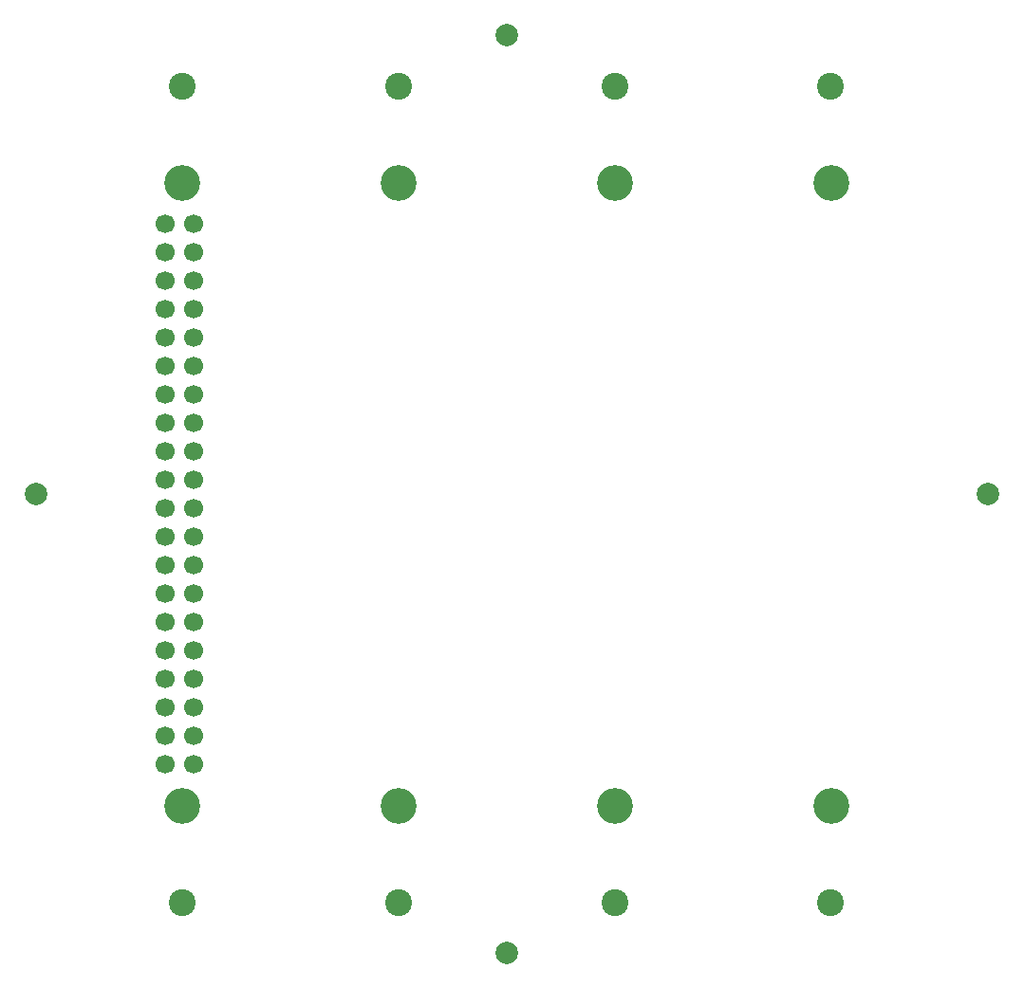
<source format=gbr>
%TF.GenerationSoftware,KiCad,Pcbnew,(6.0.5)*%
%TF.CreationDate,2022-12-15T19:20:58+11:00*%
%TF.ProjectId,Battery Board,42617474-6572-4792-9042-6f6172642e6b,1*%
%TF.SameCoordinates,Original*%
%TF.FileFunction,Soldermask,Bot*%
%TF.FilePolarity,Negative*%
%FSLAX46Y46*%
G04 Gerber Fmt 4.6, Leading zero omitted, Abs format (unit mm)*
G04 Created by KiCad (PCBNEW (6.0.5)) date 2022-12-15 19:20:58*
%MOMM*%
%LPD*%
G01*
G04 APERTURE LIST*
%ADD10C,2.400000*%
%ADD11C,3.200000*%
%ADD12C,1.700000*%
%ADD13C,2.000000*%
G04 APERTURE END LIST*
D10*
%TO.C,BT1*%
X101700000Y-55950000D03*
X101700000Y-128850000D03*
X121000000Y-55950000D03*
X121000000Y-128850000D03*
X140300000Y-55950000D03*
X140300000Y-128850000D03*
X159600000Y-55950000D03*
X159600000Y-128850000D03*
D11*
X140300000Y-64595000D03*
X140300000Y-120205000D03*
X101695000Y-120205000D03*
X121000000Y-120205000D03*
X159605000Y-120205000D03*
X159605000Y-64595000D03*
X101695000Y-64595000D03*
X121000000Y-64595000D03*
%TD*%
D12*
%TO.C,R8*%
X102710000Y-68270000D03*
X102710000Y-70810000D03*
X102710000Y-73350000D03*
X102710000Y-75890000D03*
X102710000Y-78430000D03*
X102710000Y-80970000D03*
X102710000Y-83510000D03*
X102710000Y-86050000D03*
X102710000Y-88590000D03*
X102710000Y-91130000D03*
X102710000Y-93670000D03*
X102710000Y-96210000D03*
X102710000Y-98750000D03*
X102710000Y-101290000D03*
X102710000Y-103830000D03*
X102710000Y-106370000D03*
X102710000Y-108910000D03*
X102710000Y-111450000D03*
X102710000Y-113990000D03*
X102710000Y-116530000D03*
X100170000Y-116530000D03*
X100170000Y-113990000D03*
X100170000Y-111450000D03*
X100170000Y-108910000D03*
X100170000Y-106370000D03*
X100170000Y-103830000D03*
X100170000Y-101290000D03*
X100170000Y-98750000D03*
X100170000Y-96210000D03*
X100170000Y-93670000D03*
X100170000Y-91130000D03*
X100170000Y-88590000D03*
X100170000Y-86050000D03*
X100170000Y-83510000D03*
X100170000Y-80970000D03*
X100170000Y-78430000D03*
X100170000Y-75890000D03*
X100170000Y-73350000D03*
X100170000Y-70810000D03*
X100170000Y-68270000D03*
D13*
X173650000Y-92400000D03*
X130650000Y-51400000D03*
X88650000Y-92400000D03*
X130650000Y-133400000D03*
%TD*%
M02*

</source>
